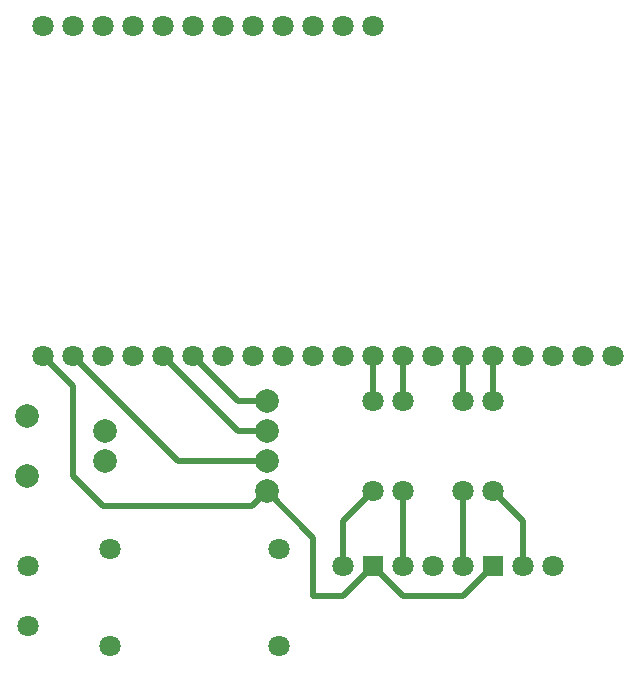
<source format=gtl>
%TF.GenerationSoftware,KiCad,Pcbnew,9.0.0*%
%TF.CreationDate,2025-03-27T02:42:37-07:00*%
%TF.ProjectId,sensor,73656e73-6f72-42e6-9b69-6361645f7063,v0.4*%
%TF.SameCoordinates,Original*%
%TF.FileFunction,Copper,L1,Top*%
%TF.FilePolarity,Positive*%
%FSLAX46Y46*%
G04 Gerber Fmt 4.6, Leading zero omitted, Abs format (unit mm)*
G04 Created by KiCad (PCBNEW 9.0.0) date 2025-03-27 02:42:37*
%MOMM*%
%LPD*%
G01*
G04 APERTURE LIST*
%TA.AperFunction,ComponentPad*%
%ADD10C,1.800000*%
%TD*%
%TA.AperFunction,ComponentPad*%
%ADD11R,1.800000X1.800000*%
%TD*%
%TA.AperFunction,ComponentPad*%
%ADD12C,2.000000*%
%TD*%
%TA.AperFunction,Conductor*%
%ADD13C,0.500000*%
%TD*%
%TA.AperFunction,Conductor*%
%ADD14C,0.200000*%
%TD*%
G04 APERTURE END LIST*
D10*
%TO.P,ESP32_UWB1,1,3V3*%
%TO.N,Net-(CAN_Transreceiver1-3.3V)*%
X118110000Y-107950000D03*
%TO.P,ESP32_UWB1,2,GND*%
%TO.N,Net-(CAN_Transreceiver1-GND)*%
X120650000Y-107950000D03*
%TO.P,ESP32_UWB1,3,RST*%
%TO.N,unconnected-(ESP32_UWB1-RST-Pad3)*%
X123190000Y-107950000D03*
%TO.P,ESP32_UWB1,4,GND*%
%TO.N,unconnected-(ESP32_UWB1-GND-Pad4)*%
X125730000Y-107950000D03*
%TO.P,ESP32_UWB1,5,IO2*%
%TO.N,Net-(CAN_Transreceiver1-CAN_RX)*%
X128270000Y-107950000D03*
%TO.P,ESP32_UWB1,6,IO12*%
%TO.N,Net-(CAN_Transreceiver1-CAN_TX)*%
X130810000Y-107950000D03*
%TO.P,ESP32_UWB1,7,IO13*%
%TO.N,unconnected-(ESP32_UWB1-IO13-Pad7)*%
X133350000Y-107950000D03*
%TO.P,ESP32_UWB1,8,IO14*%
%TO.N,unconnected-(ESP32_UWB1-IO14-Pad8)*%
X135890000Y-107950000D03*
%TO.P,ESP32_UWB1,9,IO15*%
%TO.N,unconnected-(ESP32_UWB1-IO15-Pad9)*%
X138430000Y-107950000D03*
%TO.P,ESP32_UWB1,10,IO18*%
%TO.N,unconnected-(ESP32_UWB1-IO18-Pad10)*%
X140970000Y-107950000D03*
%TO.P,ESP32_UWB1,11,IO19*%
%TO.N,unconnected-(ESP32_UWB1-IO19-Pad11)*%
X143510000Y-107950000D03*
%TO.P,ESP32_UWB1,12,IO25*%
%TO.N,Net-(ESP32_UWB1-IO25)*%
X146050000Y-107950000D03*
%TO.P,ESP32_UWB1,13,IO26*%
%TO.N,Net-(ESP32_UWB1-IO26)*%
X148590000Y-107950000D03*
%TO.P,ESP32_UWB1,14,IO27*%
%TO.N,unconnected-(ESP32_UWB1-IO27-Pad14)*%
X151130000Y-107950000D03*
%TO.P,ESP32_UWB1,15,IO32*%
%TO.N,Net-(ESP32_UWB1-IO32)*%
X153670000Y-107950000D03*
%TO.P,ESP32_UWB1,16,IO33*%
%TO.N,Net-(ESP32_UWB1-IO33)*%
X156210000Y-107950000D03*
%TO.P,ESP32_UWB1,17,IO34*%
%TO.N,unconnected-(ESP32_UWB1-IO34-Pad17)*%
X158750000Y-107950000D03*
%TO.P,ESP32_UWB1,18,IO35*%
%TO.N,unconnected-(ESP32_UWB1-IO35-Pad18)*%
X161290000Y-107950000D03*
%TO.P,ESP32_UWB1,19,IO36*%
%TO.N,unconnected-(ESP32_UWB1-IO36-Pad19)*%
X163830000Y-107950000D03*
%TO.P,ESP32_UWB1,20,IO39*%
%TO.N,unconnected-(ESP32_UWB1-IO39-Pad20)*%
X166370000Y-107950000D03*
%TO.P,ESP32_UWB1,21,5V0*%
%TO.N,Net-(5V_Regulator1-OUT+)*%
X118110000Y-80010000D03*
%TO.P,ESP32_UWB1,22,GND*%
%TO.N,Net-(5V_Regulator1-OUT-)*%
X120650000Y-80010000D03*
%TO.P,ESP32_UWB1,23,IO3*%
%TO.N,unconnected-(ESP32_UWB1-IO3-Pad23)*%
X123190000Y-80010000D03*
%TO.P,ESP32_UWB1,24,IO1*%
%TO.N,unconnected-(ESP32_UWB1-IO1-Pad24)*%
X125730000Y-80010000D03*
%TO.P,ESP32_UWB1,25,IO0*%
%TO.N,unconnected-(ESP32_UWB1-IO0-Pad25)*%
X128270000Y-80010000D03*
%TO.P,ESP32_UWB1,26,IO4*%
%TO.N,unconnected-(ESP32_UWB1-IO4-Pad26)*%
X130810000Y-80010000D03*
%TO.P,ESP32_UWB1,27,IO5*%
%TO.N,unconnected-(ESP32_UWB1-IO5-Pad27)*%
X133350000Y-80010000D03*
%TO.P,ESP32_UWB1,28,IO16*%
%TO.N,unconnected-(ESP32_UWB1-IO16-Pad28)*%
X135890000Y-80010000D03*
%TO.P,ESP32_UWB1,29,IO17*%
%TO.N,unconnected-(ESP32_UWB1-IO17-Pad29)*%
X138430000Y-80010000D03*
%TO.P,ESP32_UWB1,30,IO21*%
%TO.N,unconnected-(ESP32_UWB1-IO21-Pad30)*%
X140970000Y-80010000D03*
%TO.P,ESP32_UWB1,31,IO22*%
%TO.N,unconnected-(ESP32_UWB1-IO22-Pad31)*%
X143510000Y-80010000D03*
%TO.P,ESP32_UWB1,32,IO23*%
%TO.N,unconnected-(ESP32_UWB1-IO23-Pad32)*%
X146050000Y-80010000D03*
%TD*%
%TO.P,R3,1*%
%TO.N,Net-(TAG_LED1-R)*%
X153670000Y-119380000D03*
%TO.P,R3,2*%
%TO.N,Net-(ESP32_UWB1-IO32)*%
X153670000Y-111760000D03*
%TD*%
%TO.P,R1,1*%
%TO.N,Net-(SERVER_LED1-R)*%
X146050000Y-119380000D03*
%TO.P,R1,2*%
%TO.N,Net-(ESP32_UWB1-IO25)*%
X146050000Y-111760000D03*
%TD*%
%TO.P,R2,1*%
%TO.N,Net-(SERVER_LED1-G)*%
X148590000Y-119380000D03*
%TO.P,R2,2*%
%TO.N,Net-(ESP32_UWB1-IO26)*%
X148590000Y-111760000D03*
%TD*%
%TO.P,SERVER_LED1,1,R*%
%TO.N,Net-(SERVER_LED1-R)*%
X143510000Y-125730000D03*
D11*
%TO.P,SERVER_LED1,2,VCC*%
%TO.N,Net-(CAN_Transreceiver1-3.3V)*%
X146050000Y-125730000D03*
D10*
%TO.P,SERVER_LED1,3,G*%
%TO.N,Net-(SERVER_LED1-G)*%
X148590000Y-125730000D03*
%TO.P,SERVER_LED1,4,B*%
%TO.N,unconnected-(SERVER_LED1-B-Pad4)*%
X151130000Y-125730000D03*
%TD*%
%TO.P,5V_Regulator1,1,IN-*%
%TO.N,Net-(2_PIN_Connector1-Pin_1)*%
X123750000Y-124230000D03*
%TO.P,5V_Regulator1,2,IN+*%
%TO.N,Net-(2_PIN_Connector1-Pin_2)*%
X123750000Y-132510000D03*
%TO.P,5V_Regulator1,3,OUT-*%
%TO.N,Net-(5V_Regulator1-OUT-)*%
X138070000Y-124230000D03*
%TO.P,5V_Regulator1,4,OUT+*%
%TO.N,Net-(5V_Regulator1-OUT+)*%
X138070000Y-132510000D03*
%TD*%
%TO.P,TAG_LED1,1,R*%
%TO.N,Net-(TAG_LED1-R)*%
X153670000Y-125730000D03*
D11*
%TO.P,TAG_LED1,2,VCC*%
%TO.N,Net-(CAN_Transreceiver1-3.3V)*%
X156210000Y-125730000D03*
D10*
%TO.P,TAG_LED1,3,G*%
%TO.N,Net-(TAG_LED1-G)*%
X158750000Y-125730000D03*
%TO.P,TAG_LED1,4,B*%
%TO.N,unconnected-(TAG_LED1-B-Pad4)*%
X161290000Y-125730000D03*
%TD*%
D12*
%TO.P,CAN_Transreceiver1,1,3.3V*%
%TO.N,Net-(CAN_Transreceiver1-3.3V)*%
X137030000Y-119380000D03*
%TO.P,CAN_Transreceiver1,2,GND*%
%TO.N,Net-(CAN_Transreceiver1-GND)*%
X137030000Y-116840000D03*
%TO.P,CAN_Transreceiver1,3,CAN_RX*%
%TO.N,Net-(CAN_Transreceiver1-CAN_RX)*%
X137030000Y-114300000D03*
%TO.P,CAN_Transreceiver1,4,CAN_TX*%
%TO.N,Net-(CAN_Transreceiver1-CAN_TX)*%
X137030000Y-111760000D03*
%TO.P,CAN_Transreceiver1,5,CANL*%
%TO.N,unconnected-(CAN_Transreceiver1-CANL-Pad5)*%
X116730000Y-118110000D03*
%TO.P,CAN_Transreceiver1,6,CANH*%
%TO.N,unconnected-(CAN_Transreceiver1-CANH-Pad6)*%
X116730000Y-113030000D03*
%TO.P,CAN_Transreceiver1,7,R120*%
%TO.N,unconnected-(CAN_Transreceiver1-R120-Pad7)*%
X123330000Y-116840000D03*
%TO.P,CAN_Transreceiver1,8,R120*%
%TO.N,unconnected-(CAN_Transreceiver1-R120-Pad8)*%
X123330000Y-114300000D03*
%TD*%
D10*
%TO.P,R4,1*%
%TO.N,Net-(TAG_LED1-G)*%
X156210000Y-119380000D03*
%TO.P,R4,2*%
%TO.N,Net-(ESP32_UWB1-IO33)*%
X156210000Y-111760000D03*
%TD*%
%TO.P,2_PIN_Connector1,1,Pin_1*%
%TO.N,Net-(2_PIN_Connector1-Pin_1)*%
X116840000Y-125730000D03*
%TO.P,2_PIN_Connector1,2,Pin_2*%
%TO.N,Net-(2_PIN_Connector1-Pin_2)*%
X116840000Y-130810000D03*
%TD*%
D13*
%TO.N,Net-(CAN_Transreceiver1-CAN_RX)*%
X137030000Y-114300000D02*
X134620000Y-114300000D01*
D14*
X128270000Y-108080000D02*
X128270000Y-107950000D01*
D13*
X134620000Y-114300000D02*
X128270000Y-107950000D01*
%TO.N,Net-(CAN_Transreceiver1-CAN_TX)*%
X134620000Y-111760000D02*
X130810000Y-107950000D01*
X137030000Y-111760000D02*
X134620000Y-111760000D01*
D14*
X130810000Y-108080000D02*
X130810000Y-107950000D01*
D13*
%TO.N,Net-(CAN_Transreceiver1-GND)*%
X137030000Y-116840000D02*
X129540000Y-116840000D01*
X129540000Y-116840000D02*
X120650000Y-107950000D01*
%TO.N,Net-(CAN_Transreceiver1-3.3V)*%
X140970000Y-128270000D02*
X140970000Y-123320000D01*
X123190000Y-120650000D02*
X135760000Y-120650000D01*
X148590000Y-128270000D02*
X146050000Y-125730000D01*
X143510000Y-128270000D02*
X140970000Y-128270000D01*
X146050000Y-125730000D02*
X143510000Y-128270000D01*
X120650000Y-110490000D02*
X120650000Y-118110000D01*
X118110000Y-107950000D02*
X120650000Y-110490000D01*
X153670000Y-128270000D02*
X148590000Y-128270000D01*
X140970000Y-123320000D02*
X137030000Y-119380000D01*
X135760000Y-120650000D02*
X137030000Y-119380000D01*
X120650000Y-118110000D02*
X123190000Y-120650000D01*
X156210000Y-125730000D02*
X153670000Y-128270000D01*
%TO.N,Net-(SERVER_LED1-R)*%
X143510000Y-121920000D02*
X146050000Y-119380000D01*
X143510000Y-125730000D02*
X143510000Y-121920000D01*
%TO.N,Net-(SERVER_LED1-G)*%
X148590000Y-125730000D02*
X148590000Y-119380000D01*
%TO.N,Net-(TAG_LED1-R)*%
X153670000Y-125730000D02*
X153670000Y-119380000D01*
%TO.N,Net-(TAG_LED1-G)*%
X158750000Y-121920000D02*
X158750000Y-125730000D01*
X156210000Y-119380000D02*
X158750000Y-121920000D01*
%TO.N,Net-(ESP32_UWB1-IO32)*%
X153670000Y-111760000D02*
X153670000Y-107950000D01*
%TO.N,Net-(ESP32_UWB1-IO25)*%
X146050000Y-107950000D02*
X146050000Y-111760000D01*
%TO.N,Net-(ESP32_UWB1-IO26)*%
X148590000Y-111760000D02*
X148590000Y-107950000D01*
%TO.N,Net-(ESP32_UWB1-IO33)*%
X156210000Y-107950000D02*
X156210000Y-111760000D01*
%TD*%
M02*

</source>
